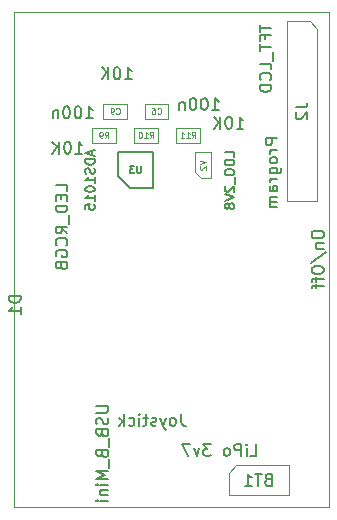
<source format=gbr>
%TF.GenerationSoftware,KiCad,Pcbnew,(5.1.7)-1*%
%TF.CreationDate,2021-09-18T16:18:18+01:00*%
%TF.ProjectId,RcCtlHw,52634374-6c48-4772-9e6b-696361645f70,rev?*%
%TF.SameCoordinates,Original*%
%TF.FileFunction,Other,Fab,Bot*%
%FSLAX46Y46*%
G04 Gerber Fmt 4.6, Leading zero omitted, Abs format (unit mm)*
G04 Created by KiCad (PCBNEW (5.1.7)-1) date 2021-09-18 16:18:18*
%MOMM*%
%LPD*%
G01*
G04 APERTURE LIST*
%TA.AperFunction,Profile*%
%ADD10C,0.050000*%
%TD*%
%ADD11C,0.100000*%
%ADD12C,0.150000*%
%ADD13C,0.080000*%
%ADD14C,0.075000*%
G04 APERTURE END LIST*
D10*
X114300000Y-84455000D02*
X140970000Y-84455000D01*
X140970000Y-84455000D02*
X140970000Y-84836000D01*
X114300000Y-84709000D02*
X114300000Y-84455000D01*
X140970000Y-126365000D02*
X140970000Y-119380000D01*
X114300000Y-126365000D02*
X140970000Y-126365000D01*
X114300000Y-119380000D02*
X114300000Y-126365000D01*
X114300000Y-119380000D02*
X114300000Y-84709000D01*
X140970000Y-84836000D02*
X140970000Y-119380000D01*
D11*
%TO.C,J2*%
X139319000Y-85217000D02*
X137414000Y-85217000D01*
X137414000Y-85217000D02*
X137414000Y-100457000D01*
X137414000Y-100457000D02*
X139954000Y-100457000D01*
X139954000Y-100457000D02*
X139954000Y-85852000D01*
X139954000Y-85852000D02*
X139319000Y-85217000D01*
D12*
%TO.C,U3*%
X124087000Y-99290000D02*
X126087000Y-99290000D01*
X126087000Y-99290000D02*
X126087000Y-96290000D01*
X126087000Y-96290000D02*
X123087000Y-96290000D01*
X123087000Y-96290000D02*
X123087000Y-98290000D01*
X123087000Y-98290000D02*
X124087000Y-99290000D01*
D11*
%TO.C,C6*%
X125365000Y-93462000D02*
X127365000Y-93462000D01*
X125365000Y-92212000D02*
X125365000Y-93462000D01*
X127365000Y-92212000D02*
X125365000Y-92212000D01*
X127365000Y-93462000D02*
X127365000Y-92212000D01*
%TO.C,R10*%
X126476000Y-95494000D02*
X126476000Y-94244000D01*
X126476000Y-94244000D02*
X124476000Y-94244000D01*
X124476000Y-94244000D02*
X124476000Y-95494000D01*
X124476000Y-95494000D02*
X126476000Y-95494000D01*
%TO.C,V2*%
X130977000Y-98509000D02*
X130127000Y-98509000D01*
X129627000Y-98009000D02*
X129627000Y-96309000D01*
X130977000Y-98509000D02*
X130977000Y-96309000D01*
X130977000Y-96309000D02*
X129627000Y-96309000D01*
X130127000Y-98509000D02*
X129627000Y-98009000D01*
%TO.C,BT1*%
X132461000Y-123444000D02*
X132461000Y-125349000D01*
X132461000Y-125349000D02*
X137541000Y-125349000D01*
X137541000Y-125349000D02*
X137541000Y-122809000D01*
X137541000Y-122809000D02*
X133096000Y-122809000D01*
X133096000Y-122809000D02*
X132461000Y-123444000D01*
%TO.C,R9*%
X122920000Y-94244000D02*
X120920000Y-94244000D01*
X122920000Y-95494000D02*
X122920000Y-94244000D01*
X120920000Y-95494000D02*
X122920000Y-95494000D01*
X120920000Y-94244000D02*
X120920000Y-95494000D01*
%TO.C,R11*%
X130032000Y-94244000D02*
X128032000Y-94244000D01*
X130032000Y-95494000D02*
X130032000Y-94244000D01*
X128032000Y-95494000D02*
X130032000Y-95494000D01*
X128032000Y-94244000D02*
X128032000Y-95494000D01*
%TO.C,C9*%
X121859800Y-92212000D02*
X121859800Y-93462000D01*
X121859800Y-93462000D02*
X123859800Y-93462000D01*
X123859800Y-93462000D02*
X123859800Y-92212000D01*
X123859800Y-92212000D02*
X121859800Y-92212000D01*
%TD*%
%TO.C,SW1*%
D12*
X139507980Y-103167133D02*
X139507980Y-103357609D01*
X139555600Y-103452847D01*
X139650838Y-103548085D01*
X139841314Y-103595704D01*
X140174647Y-103595704D01*
X140365123Y-103548085D01*
X140460361Y-103452847D01*
X140507980Y-103357609D01*
X140507980Y-103167133D01*
X140460361Y-103071895D01*
X140365123Y-102976657D01*
X140174647Y-102929038D01*
X139841314Y-102929038D01*
X139650838Y-102976657D01*
X139555600Y-103071895D01*
X139507980Y-103167133D01*
X139841314Y-104024276D02*
X140507980Y-104024276D01*
X139936552Y-104024276D02*
X139888933Y-104071895D01*
X139841314Y-104167133D01*
X139841314Y-104309990D01*
X139888933Y-104405228D01*
X139984171Y-104452847D01*
X140507980Y-104452847D01*
X139460361Y-105643323D02*
X140746076Y-104786180D01*
X139507980Y-106167133D02*
X139507980Y-106357609D01*
X139555600Y-106452847D01*
X139650838Y-106548085D01*
X139841314Y-106595704D01*
X140174647Y-106595704D01*
X140365123Y-106548085D01*
X140460361Y-106452847D01*
X140507980Y-106357609D01*
X140507980Y-106167133D01*
X140460361Y-106071895D01*
X140365123Y-105976657D01*
X140174647Y-105929038D01*
X139841314Y-105929038D01*
X139650838Y-105976657D01*
X139555600Y-106071895D01*
X139507980Y-106167133D01*
X139841314Y-106881419D02*
X139841314Y-107262371D01*
X140507980Y-107024276D02*
X139650838Y-107024276D01*
X139555600Y-107071895D01*
X139507980Y-107167133D01*
X139507980Y-107262371D01*
X139841314Y-107452847D02*
X139841314Y-107833800D01*
X140507980Y-107595704D02*
X139650838Y-107595704D01*
X139555600Y-107643323D01*
X139507980Y-107738561D01*
X139507980Y-107833800D01*
%TO.C,J2*%
X136596380Y-95139238D02*
X135596380Y-95139238D01*
X135596380Y-95520190D01*
X135644000Y-95615428D01*
X135691619Y-95663047D01*
X135786857Y-95710666D01*
X135929714Y-95710666D01*
X136024952Y-95663047D01*
X136072571Y-95615428D01*
X136120190Y-95520190D01*
X136120190Y-95139238D01*
X136596380Y-96139238D02*
X135929714Y-96139238D01*
X136120190Y-96139238D02*
X136024952Y-96186857D01*
X135977333Y-96234476D01*
X135929714Y-96329714D01*
X135929714Y-96424952D01*
X136596380Y-96901142D02*
X136548761Y-96805904D01*
X136501142Y-96758285D01*
X136405904Y-96710666D01*
X136120190Y-96710666D01*
X136024952Y-96758285D01*
X135977333Y-96805904D01*
X135929714Y-96901142D01*
X135929714Y-97044000D01*
X135977333Y-97139238D01*
X136024952Y-97186857D01*
X136120190Y-97234476D01*
X136405904Y-97234476D01*
X136501142Y-97186857D01*
X136548761Y-97139238D01*
X136596380Y-97044000D01*
X136596380Y-96901142D01*
X135929714Y-98091619D02*
X136739238Y-98091619D01*
X136834476Y-98044000D01*
X136882095Y-97996380D01*
X136929714Y-97901142D01*
X136929714Y-97758285D01*
X136882095Y-97663047D01*
X136548761Y-98091619D02*
X136596380Y-97996380D01*
X136596380Y-97805904D01*
X136548761Y-97710666D01*
X136501142Y-97663047D01*
X136405904Y-97615428D01*
X136120190Y-97615428D01*
X136024952Y-97663047D01*
X135977333Y-97710666D01*
X135929714Y-97805904D01*
X135929714Y-97996380D01*
X135977333Y-98091619D01*
X136596380Y-98567809D02*
X135929714Y-98567809D01*
X136120190Y-98567809D02*
X136024952Y-98615428D01*
X135977333Y-98663047D01*
X135929714Y-98758285D01*
X135929714Y-98853523D01*
X136596380Y-99615428D02*
X136072571Y-99615428D01*
X135977333Y-99567809D01*
X135929714Y-99472571D01*
X135929714Y-99282095D01*
X135977333Y-99186857D01*
X136548761Y-99615428D02*
X136596380Y-99520190D01*
X136596380Y-99282095D01*
X136548761Y-99186857D01*
X136453523Y-99139238D01*
X136358285Y-99139238D01*
X136263047Y-99186857D01*
X136215428Y-99282095D01*
X136215428Y-99520190D01*
X136167809Y-99615428D01*
X136596380Y-100091619D02*
X135929714Y-100091619D01*
X136024952Y-100091619D02*
X135977333Y-100139238D01*
X135929714Y-100234476D01*
X135929714Y-100377333D01*
X135977333Y-100472571D01*
X136072571Y-100520190D01*
X136596380Y-100520190D01*
X136072571Y-100520190D02*
X135977333Y-100567809D01*
X135929714Y-100663047D01*
X135929714Y-100805904D01*
X135977333Y-100901142D01*
X136072571Y-100948761D01*
X136596380Y-100948761D01*
X138136380Y-92503666D02*
X138850666Y-92503666D01*
X138993523Y-92456047D01*
X139088761Y-92360809D01*
X139136380Y-92217952D01*
X139136380Y-92122714D01*
X138231619Y-92932238D02*
X138184000Y-92979857D01*
X138136380Y-93075095D01*
X138136380Y-93313190D01*
X138184000Y-93408428D01*
X138231619Y-93456047D01*
X138326857Y-93503666D01*
X138422095Y-93503666D01*
X138564952Y-93456047D01*
X139136380Y-92884619D01*
X139136380Y-93503666D01*
%TO.C,U4*%
X128436380Y-118451380D02*
X128436380Y-119165666D01*
X128484000Y-119308523D01*
X128579238Y-119403761D01*
X128722095Y-119451380D01*
X128817333Y-119451380D01*
X127817333Y-119451380D02*
X127912571Y-119403761D01*
X127960190Y-119356142D01*
X128007809Y-119260904D01*
X128007809Y-118975190D01*
X127960190Y-118879952D01*
X127912571Y-118832333D01*
X127817333Y-118784714D01*
X127674476Y-118784714D01*
X127579238Y-118832333D01*
X127531619Y-118879952D01*
X127484000Y-118975190D01*
X127484000Y-119260904D01*
X127531619Y-119356142D01*
X127579238Y-119403761D01*
X127674476Y-119451380D01*
X127817333Y-119451380D01*
X127150666Y-118784714D02*
X126912571Y-119451380D01*
X126674476Y-118784714D02*
X126912571Y-119451380D01*
X127007809Y-119689476D01*
X127055428Y-119737095D01*
X127150666Y-119784714D01*
X126341142Y-119403761D02*
X126245904Y-119451380D01*
X126055428Y-119451380D01*
X125960190Y-119403761D01*
X125912571Y-119308523D01*
X125912571Y-119260904D01*
X125960190Y-119165666D01*
X126055428Y-119118047D01*
X126198285Y-119118047D01*
X126293523Y-119070428D01*
X126341142Y-118975190D01*
X126341142Y-118927571D01*
X126293523Y-118832333D01*
X126198285Y-118784714D01*
X126055428Y-118784714D01*
X125960190Y-118832333D01*
X125626857Y-118784714D02*
X125245904Y-118784714D01*
X125484000Y-118451380D02*
X125484000Y-119308523D01*
X125436380Y-119403761D01*
X125341142Y-119451380D01*
X125245904Y-119451380D01*
X124912571Y-119451380D02*
X124912571Y-118784714D01*
X124912571Y-118451380D02*
X124960190Y-118499000D01*
X124912571Y-118546619D01*
X124864952Y-118499000D01*
X124912571Y-118451380D01*
X124912571Y-118546619D01*
X124007809Y-119403761D02*
X124103047Y-119451380D01*
X124293523Y-119451380D01*
X124388761Y-119403761D01*
X124436380Y-119356142D01*
X124484000Y-119260904D01*
X124484000Y-118975190D01*
X124436380Y-118879952D01*
X124388761Y-118832333D01*
X124293523Y-118784714D01*
X124103047Y-118784714D01*
X124007809Y-118832333D01*
X123579238Y-119451380D02*
X123579238Y-118451380D01*
X123484000Y-119070428D02*
X123198285Y-119451380D01*
X123198285Y-118784714D02*
X123579238Y-119165666D01*
%TO.C,D1*%
X118816380Y-99592190D02*
X118816380Y-99116000D01*
X117816380Y-99116000D01*
X118292571Y-99925523D02*
X118292571Y-100258857D01*
X118816380Y-100401714D02*
X118816380Y-99925523D01*
X117816380Y-99925523D01*
X117816380Y-100401714D01*
X118816380Y-100830285D02*
X117816380Y-100830285D01*
X117816380Y-101068380D01*
X117864000Y-101211238D01*
X117959238Y-101306476D01*
X118054476Y-101354095D01*
X118244952Y-101401714D01*
X118387809Y-101401714D01*
X118578285Y-101354095D01*
X118673523Y-101306476D01*
X118768761Y-101211238D01*
X118816380Y-101068380D01*
X118816380Y-100830285D01*
X118911619Y-101592190D02*
X118911619Y-102354095D01*
X118816380Y-103163619D02*
X118340190Y-102830285D01*
X118816380Y-102592190D02*
X117816380Y-102592190D01*
X117816380Y-102973142D01*
X117864000Y-103068380D01*
X117911619Y-103116000D01*
X118006857Y-103163619D01*
X118149714Y-103163619D01*
X118244952Y-103116000D01*
X118292571Y-103068380D01*
X118340190Y-102973142D01*
X118340190Y-102592190D01*
X118721142Y-104163619D02*
X118768761Y-104116000D01*
X118816380Y-103973142D01*
X118816380Y-103877904D01*
X118768761Y-103735047D01*
X118673523Y-103639809D01*
X118578285Y-103592190D01*
X118387809Y-103544571D01*
X118244952Y-103544571D01*
X118054476Y-103592190D01*
X117959238Y-103639809D01*
X117864000Y-103735047D01*
X117816380Y-103877904D01*
X117816380Y-103973142D01*
X117864000Y-104116000D01*
X117911619Y-104163619D01*
X117864000Y-105116000D02*
X117816380Y-105020761D01*
X117816380Y-104877904D01*
X117864000Y-104735047D01*
X117959238Y-104639809D01*
X118054476Y-104592190D01*
X118244952Y-104544571D01*
X118387809Y-104544571D01*
X118578285Y-104592190D01*
X118673523Y-104639809D01*
X118768761Y-104735047D01*
X118816380Y-104877904D01*
X118816380Y-104973142D01*
X118768761Y-105116000D01*
X118721142Y-105163619D01*
X118387809Y-105163619D01*
X118387809Y-104973142D01*
X118292571Y-105925523D02*
X118340190Y-106068380D01*
X118387809Y-106116000D01*
X118483047Y-106163619D01*
X118625904Y-106163619D01*
X118721142Y-106116000D01*
X118768761Y-106068380D01*
X118816380Y-105973142D01*
X118816380Y-105592190D01*
X117816380Y-105592190D01*
X117816380Y-105925523D01*
X117864000Y-106020761D01*
X117911619Y-106068380D01*
X118006857Y-106116000D01*
X118102095Y-106116000D01*
X118197333Y-106068380D01*
X118244952Y-106020761D01*
X118292571Y-105925523D01*
X118292571Y-105592190D01*
X114866380Y-108463904D02*
X113866380Y-108463904D01*
X113866380Y-108702000D01*
X113914000Y-108844857D01*
X114009238Y-108940095D01*
X114104476Y-108987714D01*
X114294952Y-109035333D01*
X114437809Y-109035333D01*
X114628285Y-108987714D01*
X114723523Y-108940095D01*
X114818761Y-108844857D01*
X114866380Y-108702000D01*
X114866380Y-108463904D01*
X114866380Y-109987714D02*
X114866380Y-109416285D01*
X114866380Y-109702000D02*
X113866380Y-109702000D01*
X114009238Y-109606761D01*
X114104476Y-109511523D01*
X114152095Y-109416285D01*
%TO.C,U3*%
X120910333Y-96183761D02*
X120910333Y-96564714D01*
X121138904Y-96107571D02*
X120338904Y-96374238D01*
X121138904Y-96640904D01*
X121138904Y-96907571D02*
X120338904Y-96907571D01*
X120338904Y-97098047D01*
X120377000Y-97212333D01*
X120453190Y-97288523D01*
X120529380Y-97326619D01*
X120681761Y-97364714D01*
X120796047Y-97364714D01*
X120948428Y-97326619D01*
X121024619Y-97288523D01*
X121100809Y-97212333D01*
X121138904Y-97098047D01*
X121138904Y-96907571D01*
X121100809Y-97669476D02*
X121138904Y-97783761D01*
X121138904Y-97974238D01*
X121100809Y-98050428D01*
X121062714Y-98088523D01*
X120986523Y-98126619D01*
X120910333Y-98126619D01*
X120834142Y-98088523D01*
X120796047Y-98050428D01*
X120757952Y-97974238D01*
X120719857Y-97821857D01*
X120681761Y-97745666D01*
X120643666Y-97707571D01*
X120567476Y-97669476D01*
X120491285Y-97669476D01*
X120415095Y-97707571D01*
X120377000Y-97745666D01*
X120338904Y-97821857D01*
X120338904Y-98012333D01*
X120377000Y-98126619D01*
X121138904Y-98888523D02*
X121138904Y-98431380D01*
X121138904Y-98659952D02*
X120338904Y-98659952D01*
X120453190Y-98583761D01*
X120529380Y-98507571D01*
X120567476Y-98431380D01*
X120338904Y-99383761D02*
X120338904Y-99459952D01*
X120377000Y-99536142D01*
X120415095Y-99574238D01*
X120491285Y-99612333D01*
X120643666Y-99650428D01*
X120834142Y-99650428D01*
X120986523Y-99612333D01*
X121062714Y-99574238D01*
X121100809Y-99536142D01*
X121138904Y-99459952D01*
X121138904Y-99383761D01*
X121100809Y-99307571D01*
X121062714Y-99269476D01*
X120986523Y-99231380D01*
X120834142Y-99193285D01*
X120643666Y-99193285D01*
X120491285Y-99231380D01*
X120415095Y-99269476D01*
X120377000Y-99307571D01*
X120338904Y-99383761D01*
X121138904Y-100412333D02*
X121138904Y-99955190D01*
X121138904Y-100183761D02*
X120338904Y-100183761D01*
X120453190Y-100107571D01*
X120529380Y-100031380D01*
X120567476Y-99955190D01*
X120338904Y-101136142D02*
X120338904Y-100755190D01*
X120719857Y-100717095D01*
X120681761Y-100755190D01*
X120643666Y-100831380D01*
X120643666Y-101021857D01*
X120681761Y-101098047D01*
X120719857Y-101136142D01*
X120796047Y-101174238D01*
X120986523Y-101174238D01*
X121062714Y-101136142D01*
X121100809Y-101098047D01*
X121138904Y-101021857D01*
X121138904Y-100831380D01*
X121100809Y-100755190D01*
X121062714Y-100717095D01*
X125044142Y-97461428D02*
X125044142Y-97947142D01*
X125015571Y-98004285D01*
X124987000Y-98032857D01*
X124929857Y-98061428D01*
X124815571Y-98061428D01*
X124758428Y-98032857D01*
X124729857Y-98004285D01*
X124701285Y-97947142D01*
X124701285Y-97461428D01*
X124472714Y-97461428D02*
X124101285Y-97461428D01*
X124301285Y-97690000D01*
X124215571Y-97690000D01*
X124158428Y-97718571D01*
X124129857Y-97747142D01*
X124101285Y-97804285D01*
X124101285Y-97947142D01*
X124129857Y-98004285D01*
X124158428Y-98032857D01*
X124215571Y-98061428D01*
X124387000Y-98061428D01*
X124444142Y-98032857D01*
X124472714Y-98004285D01*
%TO.C,J1*%
X121270780Y-117769190D02*
X122080304Y-117769190D01*
X122175542Y-117816809D01*
X122223161Y-117864428D01*
X122270780Y-117959666D01*
X122270780Y-118150142D01*
X122223161Y-118245380D01*
X122175542Y-118293000D01*
X122080304Y-118340619D01*
X121270780Y-118340619D01*
X122223161Y-118769190D02*
X122270780Y-118912047D01*
X122270780Y-119150142D01*
X122223161Y-119245380D01*
X122175542Y-119293000D01*
X122080304Y-119340619D01*
X121985066Y-119340619D01*
X121889828Y-119293000D01*
X121842209Y-119245380D01*
X121794590Y-119150142D01*
X121746971Y-118959666D01*
X121699352Y-118864428D01*
X121651733Y-118816809D01*
X121556495Y-118769190D01*
X121461257Y-118769190D01*
X121366019Y-118816809D01*
X121318400Y-118864428D01*
X121270780Y-118959666D01*
X121270780Y-119197761D01*
X121318400Y-119340619D01*
X121746971Y-120102523D02*
X121794590Y-120245380D01*
X121842209Y-120293000D01*
X121937447Y-120340619D01*
X122080304Y-120340619D01*
X122175542Y-120293000D01*
X122223161Y-120245380D01*
X122270780Y-120150142D01*
X122270780Y-119769190D01*
X121270780Y-119769190D01*
X121270780Y-120102523D01*
X121318400Y-120197761D01*
X121366019Y-120245380D01*
X121461257Y-120293000D01*
X121556495Y-120293000D01*
X121651733Y-120245380D01*
X121699352Y-120197761D01*
X121746971Y-120102523D01*
X121746971Y-119769190D01*
X122366019Y-120531095D02*
X122366019Y-121293000D01*
X121746971Y-121864428D02*
X121794590Y-122007285D01*
X121842209Y-122054904D01*
X121937447Y-122102523D01*
X122080304Y-122102523D01*
X122175542Y-122054904D01*
X122223161Y-122007285D01*
X122270780Y-121912047D01*
X122270780Y-121531095D01*
X121270780Y-121531095D01*
X121270780Y-121864428D01*
X121318400Y-121959666D01*
X121366019Y-122007285D01*
X121461257Y-122054904D01*
X121556495Y-122054904D01*
X121651733Y-122007285D01*
X121699352Y-121959666D01*
X121746971Y-121864428D01*
X121746971Y-121531095D01*
X122366019Y-122293000D02*
X122366019Y-123054904D01*
X122270780Y-123293000D02*
X121270780Y-123293000D01*
X121985066Y-123626333D01*
X121270780Y-123959666D01*
X122270780Y-123959666D01*
X122270780Y-124435857D02*
X121604114Y-124435857D01*
X121270780Y-124435857D02*
X121318400Y-124388238D01*
X121366019Y-124435857D01*
X121318400Y-124483476D01*
X121270780Y-124435857D01*
X121366019Y-124435857D01*
X121604114Y-124912047D02*
X122270780Y-124912047D01*
X121699352Y-124912047D02*
X121651733Y-124959666D01*
X121604114Y-125054904D01*
X121604114Y-125197761D01*
X121651733Y-125293000D01*
X121746971Y-125340619D01*
X122270780Y-125340619D01*
X122270780Y-125816809D02*
X121604114Y-125816809D01*
X121270780Y-125816809D02*
X121318400Y-125769190D01*
X121366019Y-125816809D01*
X121318400Y-125864428D01*
X121270780Y-125816809D01*
X121366019Y-125816809D01*
%TO.C,C6*%
X131065447Y-92730580D02*
X131636876Y-92730580D01*
X131351161Y-92730580D02*
X131351161Y-91730580D01*
X131446399Y-91873438D01*
X131541638Y-91968676D01*
X131636876Y-92016295D01*
X130446399Y-91730580D02*
X130351161Y-91730580D01*
X130255923Y-91778200D01*
X130208304Y-91825819D01*
X130160685Y-91921057D01*
X130113066Y-92111533D01*
X130113066Y-92349628D01*
X130160685Y-92540104D01*
X130208304Y-92635342D01*
X130255923Y-92682961D01*
X130351161Y-92730580D01*
X130446399Y-92730580D01*
X130541638Y-92682961D01*
X130589257Y-92635342D01*
X130636876Y-92540104D01*
X130684495Y-92349628D01*
X130684495Y-92111533D01*
X130636876Y-91921057D01*
X130589257Y-91825819D01*
X130541638Y-91778200D01*
X130446399Y-91730580D01*
X129494019Y-91730580D02*
X129398780Y-91730580D01*
X129303542Y-91778200D01*
X129255923Y-91825819D01*
X129208304Y-91921057D01*
X129160685Y-92111533D01*
X129160685Y-92349628D01*
X129208304Y-92540104D01*
X129255923Y-92635342D01*
X129303542Y-92682961D01*
X129398780Y-92730580D01*
X129494019Y-92730580D01*
X129589257Y-92682961D01*
X129636876Y-92635342D01*
X129684495Y-92540104D01*
X129732114Y-92349628D01*
X129732114Y-92111533D01*
X129684495Y-91921057D01*
X129636876Y-91825819D01*
X129589257Y-91778200D01*
X129494019Y-91730580D01*
X128732114Y-92063914D02*
X128732114Y-92730580D01*
X128732114Y-92159152D02*
X128684495Y-92111533D01*
X128589257Y-92063914D01*
X128446399Y-92063914D01*
X128351161Y-92111533D01*
X128303542Y-92206771D01*
X128303542Y-92730580D01*
D13*
X126448333Y-93015571D02*
X126472142Y-93039380D01*
X126543571Y-93063190D01*
X126591190Y-93063190D01*
X126662619Y-93039380D01*
X126710238Y-92991761D01*
X126734047Y-92944142D01*
X126757857Y-92848904D01*
X126757857Y-92777476D01*
X126734047Y-92682238D01*
X126710238Y-92634619D01*
X126662619Y-92587000D01*
X126591190Y-92563190D01*
X126543571Y-92563190D01*
X126472142Y-92587000D01*
X126448333Y-92610809D01*
X126019761Y-92563190D02*
X126115000Y-92563190D01*
X126162619Y-92587000D01*
X126186428Y-92610809D01*
X126234047Y-92682238D01*
X126257857Y-92777476D01*
X126257857Y-92967952D01*
X126234047Y-93015571D01*
X126210238Y-93039380D01*
X126162619Y-93063190D01*
X126067380Y-93063190D01*
X126019761Y-93039380D01*
X125995952Y-93015571D01*
X125972142Y-92967952D01*
X125972142Y-92848904D01*
X125995952Y-92801285D01*
X126019761Y-92777476D01*
X126067380Y-92753666D01*
X126162619Y-92753666D01*
X126210238Y-92777476D01*
X126234047Y-92801285D01*
X126257857Y-92848904D01*
%TO.C,R10*%
D12*
X123677276Y-90114380D02*
X124248704Y-90114380D01*
X123962990Y-90114380D02*
X123962990Y-89114380D01*
X124058228Y-89257238D01*
X124153466Y-89352476D01*
X124248704Y-89400095D01*
X123058228Y-89114380D02*
X122962990Y-89114380D01*
X122867752Y-89162000D01*
X122820133Y-89209619D01*
X122772514Y-89304857D01*
X122724895Y-89495333D01*
X122724895Y-89733428D01*
X122772514Y-89923904D01*
X122820133Y-90019142D01*
X122867752Y-90066761D01*
X122962990Y-90114380D01*
X123058228Y-90114380D01*
X123153466Y-90066761D01*
X123201085Y-90019142D01*
X123248704Y-89923904D01*
X123296323Y-89733428D01*
X123296323Y-89495333D01*
X123248704Y-89304857D01*
X123201085Y-89209619D01*
X123153466Y-89162000D01*
X123058228Y-89114380D01*
X122296323Y-90114380D02*
X122296323Y-89114380D01*
X121724895Y-90114380D02*
X122153466Y-89542952D01*
X121724895Y-89114380D02*
X122296323Y-89685809D01*
D13*
X125797428Y-95095190D02*
X125964095Y-94857095D01*
X126083142Y-95095190D02*
X126083142Y-94595190D01*
X125892666Y-94595190D01*
X125845047Y-94619000D01*
X125821238Y-94642809D01*
X125797428Y-94690428D01*
X125797428Y-94761857D01*
X125821238Y-94809476D01*
X125845047Y-94833285D01*
X125892666Y-94857095D01*
X126083142Y-94857095D01*
X125321238Y-95095190D02*
X125606952Y-95095190D01*
X125464095Y-95095190D02*
X125464095Y-94595190D01*
X125511714Y-94666619D01*
X125559333Y-94714238D01*
X125606952Y-94738047D01*
X125011714Y-94595190D02*
X124964095Y-94595190D01*
X124916476Y-94619000D01*
X124892666Y-94642809D01*
X124868857Y-94690428D01*
X124845047Y-94785666D01*
X124845047Y-94904714D01*
X124868857Y-94999952D01*
X124892666Y-95047571D01*
X124916476Y-95071380D01*
X124964095Y-95095190D01*
X125011714Y-95095190D01*
X125059333Y-95071380D01*
X125083142Y-95047571D01*
X125106952Y-94999952D01*
X125130761Y-94904714D01*
X125130761Y-94785666D01*
X125106952Y-94690428D01*
X125083142Y-94642809D01*
X125059333Y-94619000D01*
X125011714Y-94595190D01*
%TO.C,V2*%
D12*
X132949904Y-96698047D02*
X132949904Y-96317095D01*
X132149904Y-96317095D01*
X132949904Y-96964714D02*
X132149904Y-96964714D01*
X132149904Y-97155190D01*
X132188000Y-97269476D01*
X132264190Y-97345666D01*
X132340380Y-97383761D01*
X132492761Y-97421857D01*
X132607047Y-97421857D01*
X132759428Y-97383761D01*
X132835619Y-97345666D01*
X132911809Y-97269476D01*
X132949904Y-97155190D01*
X132949904Y-96964714D01*
X132149904Y-97917095D02*
X132149904Y-98069476D01*
X132188000Y-98145666D01*
X132264190Y-98221857D01*
X132416571Y-98259952D01*
X132683238Y-98259952D01*
X132835619Y-98221857D01*
X132911809Y-98145666D01*
X132949904Y-98069476D01*
X132949904Y-97917095D01*
X132911809Y-97840904D01*
X132835619Y-97764714D01*
X132683238Y-97726619D01*
X132416571Y-97726619D01*
X132264190Y-97764714D01*
X132188000Y-97840904D01*
X132149904Y-97917095D01*
X133026095Y-98412333D02*
X133026095Y-99021857D01*
X132226095Y-99174238D02*
X132188000Y-99212333D01*
X132149904Y-99288523D01*
X132149904Y-99479000D01*
X132188000Y-99555190D01*
X132226095Y-99593285D01*
X132302285Y-99631380D01*
X132378476Y-99631380D01*
X132492761Y-99593285D01*
X132949904Y-99136142D01*
X132949904Y-99631380D01*
X132149904Y-99859952D02*
X132949904Y-100126619D01*
X132149904Y-100393285D01*
X132492761Y-100774238D02*
X132454666Y-100698047D01*
X132416571Y-100659952D01*
X132340380Y-100621857D01*
X132302285Y-100621857D01*
X132226095Y-100659952D01*
X132188000Y-100698047D01*
X132149904Y-100774238D01*
X132149904Y-100926619D01*
X132188000Y-101002809D01*
X132226095Y-101040904D01*
X132302285Y-101079000D01*
X132340380Y-101079000D01*
X132416571Y-101040904D01*
X132454666Y-101002809D01*
X132492761Y-100926619D01*
X132492761Y-100774238D01*
X132530857Y-100698047D01*
X132568952Y-100659952D01*
X132645142Y-100621857D01*
X132797523Y-100621857D01*
X132873714Y-100659952D01*
X132911809Y-100698047D01*
X132949904Y-100774238D01*
X132949904Y-100926619D01*
X132911809Y-101002809D01*
X132873714Y-101040904D01*
X132797523Y-101079000D01*
X132645142Y-101079000D01*
X132568952Y-101040904D01*
X132530857Y-101002809D01*
X132492761Y-100926619D01*
D14*
X130028190Y-97004238D02*
X130528190Y-97170904D01*
X130028190Y-97337571D01*
X130075809Y-97480428D02*
X130052000Y-97504238D01*
X130028190Y-97551857D01*
X130028190Y-97670904D01*
X130052000Y-97718523D01*
X130075809Y-97742333D01*
X130123428Y-97766142D01*
X130171047Y-97766142D01*
X130242476Y-97742333D01*
X130528190Y-97456619D01*
X130528190Y-97766142D01*
%TO.C,J3*%
D12*
X135088380Y-85511047D02*
X135088380Y-86082476D01*
X136088380Y-85796761D02*
X135088380Y-85796761D01*
X135564571Y-86749142D02*
X135564571Y-86415809D01*
X136088380Y-86415809D02*
X135088380Y-86415809D01*
X135088380Y-86892000D01*
X135088380Y-87130095D02*
X135088380Y-87701523D01*
X136088380Y-87415809D02*
X135088380Y-87415809D01*
X136183619Y-87796761D02*
X136183619Y-88558666D01*
X136088380Y-89272952D02*
X136088380Y-88796761D01*
X135088380Y-88796761D01*
X135993142Y-90177714D02*
X136040761Y-90130095D01*
X136088380Y-89987238D01*
X136088380Y-89892000D01*
X136040761Y-89749142D01*
X135945523Y-89653904D01*
X135850285Y-89606285D01*
X135659809Y-89558666D01*
X135516952Y-89558666D01*
X135326476Y-89606285D01*
X135231238Y-89653904D01*
X135136000Y-89749142D01*
X135088380Y-89892000D01*
X135088380Y-89987238D01*
X135136000Y-90130095D01*
X135183619Y-90177714D01*
X136088380Y-90606285D02*
X135088380Y-90606285D01*
X135088380Y-90844380D01*
X135136000Y-90987238D01*
X135231238Y-91082476D01*
X135326476Y-91130095D01*
X135516952Y-91177714D01*
X135659809Y-91177714D01*
X135850285Y-91130095D01*
X135945523Y-91082476D01*
X136040761Y-90987238D01*
X136088380Y-90844380D01*
X136088380Y-90606285D01*
%TO.C,BT1*%
X134319638Y-122016780D02*
X134795828Y-122016780D01*
X134795828Y-121016780D01*
X133986304Y-122016780D02*
X133986304Y-121350114D01*
X133986304Y-121016780D02*
X134033923Y-121064400D01*
X133986304Y-121112019D01*
X133938685Y-121064400D01*
X133986304Y-121016780D01*
X133986304Y-121112019D01*
X133510114Y-122016780D02*
X133510114Y-121016780D01*
X133129161Y-121016780D01*
X133033923Y-121064400D01*
X132986304Y-121112019D01*
X132938685Y-121207257D01*
X132938685Y-121350114D01*
X132986304Y-121445352D01*
X133033923Y-121492971D01*
X133129161Y-121540590D01*
X133510114Y-121540590D01*
X132367257Y-122016780D02*
X132462495Y-121969161D01*
X132510114Y-121921542D01*
X132557733Y-121826304D01*
X132557733Y-121540590D01*
X132510114Y-121445352D01*
X132462495Y-121397733D01*
X132367257Y-121350114D01*
X132224400Y-121350114D01*
X132129161Y-121397733D01*
X132081542Y-121445352D01*
X132033923Y-121540590D01*
X132033923Y-121826304D01*
X132081542Y-121921542D01*
X132129161Y-121969161D01*
X132224400Y-122016780D01*
X132367257Y-122016780D01*
X130938685Y-121016780D02*
X130319638Y-121016780D01*
X130652971Y-121397733D01*
X130510114Y-121397733D01*
X130414876Y-121445352D01*
X130367257Y-121492971D01*
X130319638Y-121588209D01*
X130319638Y-121826304D01*
X130367257Y-121921542D01*
X130414876Y-121969161D01*
X130510114Y-122016780D01*
X130795828Y-122016780D01*
X130891066Y-121969161D01*
X130938685Y-121921542D01*
X129986304Y-121350114D02*
X129748209Y-122016780D01*
X129510114Y-121350114D01*
X129224400Y-121016780D02*
X128557733Y-121016780D01*
X128986304Y-122016780D01*
X135786714Y-124007571D02*
X135643857Y-124055190D01*
X135596238Y-124102809D01*
X135548619Y-124198047D01*
X135548619Y-124340904D01*
X135596238Y-124436142D01*
X135643857Y-124483761D01*
X135739095Y-124531380D01*
X136120047Y-124531380D01*
X136120047Y-123531380D01*
X135786714Y-123531380D01*
X135691476Y-123579000D01*
X135643857Y-123626619D01*
X135596238Y-123721857D01*
X135596238Y-123817095D01*
X135643857Y-123912333D01*
X135691476Y-123959952D01*
X135786714Y-124007571D01*
X136120047Y-124007571D01*
X135262904Y-123531380D02*
X134691476Y-123531380D01*
X134977190Y-124531380D02*
X134977190Y-123531380D01*
X133834333Y-124531380D02*
X134405761Y-124531380D01*
X134120047Y-124531380D02*
X134120047Y-123531380D01*
X134215285Y-123674238D01*
X134310523Y-123769476D01*
X134405761Y-123817095D01*
%TO.C,R9*%
X119486276Y-96413580D02*
X120057704Y-96413580D01*
X119771990Y-96413580D02*
X119771990Y-95413580D01*
X119867228Y-95556438D01*
X119962466Y-95651676D01*
X120057704Y-95699295D01*
X118867228Y-95413580D02*
X118771990Y-95413580D01*
X118676752Y-95461200D01*
X118629133Y-95508819D01*
X118581514Y-95604057D01*
X118533895Y-95794533D01*
X118533895Y-96032628D01*
X118581514Y-96223104D01*
X118629133Y-96318342D01*
X118676752Y-96365961D01*
X118771990Y-96413580D01*
X118867228Y-96413580D01*
X118962466Y-96365961D01*
X119010085Y-96318342D01*
X119057704Y-96223104D01*
X119105323Y-96032628D01*
X119105323Y-95794533D01*
X119057704Y-95604057D01*
X119010085Y-95508819D01*
X118962466Y-95461200D01*
X118867228Y-95413580D01*
X118105323Y-96413580D02*
X118105323Y-95413580D01*
X117533895Y-96413580D02*
X117962466Y-95842152D01*
X117533895Y-95413580D02*
X118105323Y-95985009D01*
D13*
X122003333Y-95095190D02*
X122170000Y-94857095D01*
X122289047Y-95095190D02*
X122289047Y-94595190D01*
X122098571Y-94595190D01*
X122050952Y-94619000D01*
X122027142Y-94642809D01*
X122003333Y-94690428D01*
X122003333Y-94761857D01*
X122027142Y-94809476D01*
X122050952Y-94833285D01*
X122098571Y-94857095D01*
X122289047Y-94857095D01*
X121765238Y-95095190D02*
X121670000Y-95095190D01*
X121622380Y-95071380D01*
X121598571Y-95047571D01*
X121550952Y-94976142D01*
X121527142Y-94880904D01*
X121527142Y-94690428D01*
X121550952Y-94642809D01*
X121574761Y-94619000D01*
X121622380Y-94595190D01*
X121717619Y-94595190D01*
X121765238Y-94619000D01*
X121789047Y-94642809D01*
X121812857Y-94690428D01*
X121812857Y-94809476D01*
X121789047Y-94857095D01*
X121765238Y-94880904D01*
X121717619Y-94904714D01*
X121622380Y-94904714D01*
X121574761Y-94880904D01*
X121550952Y-94857095D01*
X121527142Y-94809476D01*
%TO.C,R11*%
D12*
X133151476Y-94305380D02*
X133722904Y-94305380D01*
X133437190Y-94305380D02*
X133437190Y-93305380D01*
X133532428Y-93448238D01*
X133627666Y-93543476D01*
X133722904Y-93591095D01*
X132532428Y-93305380D02*
X132437190Y-93305380D01*
X132341952Y-93353000D01*
X132294333Y-93400619D01*
X132246714Y-93495857D01*
X132199095Y-93686333D01*
X132199095Y-93924428D01*
X132246714Y-94114904D01*
X132294333Y-94210142D01*
X132341952Y-94257761D01*
X132437190Y-94305380D01*
X132532428Y-94305380D01*
X132627666Y-94257761D01*
X132675285Y-94210142D01*
X132722904Y-94114904D01*
X132770523Y-93924428D01*
X132770523Y-93686333D01*
X132722904Y-93495857D01*
X132675285Y-93400619D01*
X132627666Y-93353000D01*
X132532428Y-93305380D01*
X131770523Y-94305380D02*
X131770523Y-93305380D01*
X131199095Y-94305380D02*
X131627666Y-93733952D01*
X131199095Y-93305380D02*
X131770523Y-93876809D01*
D13*
X129353428Y-95095190D02*
X129520095Y-94857095D01*
X129639142Y-95095190D02*
X129639142Y-94595190D01*
X129448666Y-94595190D01*
X129401047Y-94619000D01*
X129377238Y-94642809D01*
X129353428Y-94690428D01*
X129353428Y-94761857D01*
X129377238Y-94809476D01*
X129401047Y-94833285D01*
X129448666Y-94857095D01*
X129639142Y-94857095D01*
X128877238Y-95095190D02*
X129162952Y-95095190D01*
X129020095Y-95095190D02*
X129020095Y-94595190D01*
X129067714Y-94666619D01*
X129115333Y-94714238D01*
X129162952Y-94738047D01*
X128401047Y-95095190D02*
X128686761Y-95095190D01*
X128543904Y-95095190D02*
X128543904Y-94595190D01*
X128591523Y-94666619D01*
X128639142Y-94714238D01*
X128686761Y-94738047D01*
%TO.C,C9*%
D12*
X120372047Y-93416380D02*
X120943476Y-93416380D01*
X120657761Y-93416380D02*
X120657761Y-92416380D01*
X120752999Y-92559238D01*
X120848238Y-92654476D01*
X120943476Y-92702095D01*
X119752999Y-92416380D02*
X119657761Y-92416380D01*
X119562523Y-92464000D01*
X119514904Y-92511619D01*
X119467285Y-92606857D01*
X119419666Y-92797333D01*
X119419666Y-93035428D01*
X119467285Y-93225904D01*
X119514904Y-93321142D01*
X119562523Y-93368761D01*
X119657761Y-93416380D01*
X119752999Y-93416380D01*
X119848238Y-93368761D01*
X119895857Y-93321142D01*
X119943476Y-93225904D01*
X119991095Y-93035428D01*
X119991095Y-92797333D01*
X119943476Y-92606857D01*
X119895857Y-92511619D01*
X119848238Y-92464000D01*
X119752999Y-92416380D01*
X118800619Y-92416380D02*
X118705380Y-92416380D01*
X118610142Y-92464000D01*
X118562523Y-92511619D01*
X118514904Y-92606857D01*
X118467285Y-92797333D01*
X118467285Y-93035428D01*
X118514904Y-93225904D01*
X118562523Y-93321142D01*
X118610142Y-93368761D01*
X118705380Y-93416380D01*
X118800619Y-93416380D01*
X118895857Y-93368761D01*
X118943476Y-93321142D01*
X118991095Y-93225904D01*
X119038714Y-93035428D01*
X119038714Y-92797333D01*
X118991095Y-92606857D01*
X118943476Y-92511619D01*
X118895857Y-92464000D01*
X118800619Y-92416380D01*
X118038714Y-92749714D02*
X118038714Y-93416380D01*
X118038714Y-92844952D02*
X117991095Y-92797333D01*
X117895857Y-92749714D01*
X117752999Y-92749714D01*
X117657761Y-92797333D01*
X117610142Y-92892571D01*
X117610142Y-93416380D01*
D13*
X122943133Y-93015571D02*
X122966942Y-93039380D01*
X123038371Y-93063190D01*
X123085990Y-93063190D01*
X123157419Y-93039380D01*
X123205038Y-92991761D01*
X123228847Y-92944142D01*
X123252657Y-92848904D01*
X123252657Y-92777476D01*
X123228847Y-92682238D01*
X123205038Y-92634619D01*
X123157419Y-92587000D01*
X123085990Y-92563190D01*
X123038371Y-92563190D01*
X122966942Y-92587000D01*
X122943133Y-92610809D01*
X122705038Y-93063190D02*
X122609800Y-93063190D01*
X122562180Y-93039380D01*
X122538371Y-93015571D01*
X122490752Y-92944142D01*
X122466942Y-92848904D01*
X122466942Y-92658428D01*
X122490752Y-92610809D01*
X122514561Y-92587000D01*
X122562180Y-92563190D01*
X122657419Y-92563190D01*
X122705038Y-92587000D01*
X122728847Y-92610809D01*
X122752657Y-92658428D01*
X122752657Y-92777476D01*
X122728847Y-92825095D01*
X122705038Y-92848904D01*
X122657419Y-92872714D01*
X122562180Y-92872714D01*
X122514561Y-92848904D01*
X122490752Y-92825095D01*
X122466942Y-92777476D01*
%TD*%
M02*

</source>
